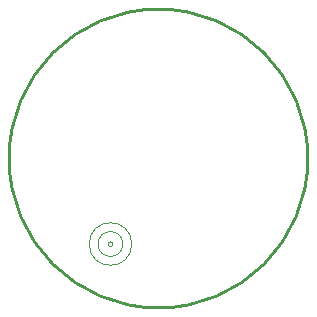
<source format=gm1>
G04 Layer_Color=16711935*
%FSLAX25Y25*%
%MOIN*%
G70*
G01*
G75*
%ADD17C,0.01000*%
%ADD41C,0.00098*%
D17*
X0Y49803D02*
G03*
X-49803Y0I0J-49803D01*
G01*
X49803D02*
G03*
X0Y49803I-49803J0D01*
G01*
Y-49803D02*
G03*
X49803Y0I0J49803D01*
G01*
X-49803D02*
G03*
X0Y-49803I49803J0D01*
G01*
D41*
X-15213Y-28500D02*
G03*
X-15213Y-28500I-787J0D01*
G01*
X-11866D02*
G03*
X-11866Y-28500I-4134J0D01*
G01*
X-8913D02*
G03*
X-8913Y-28500I-7087J0D01*
G01*
M02*

</source>
